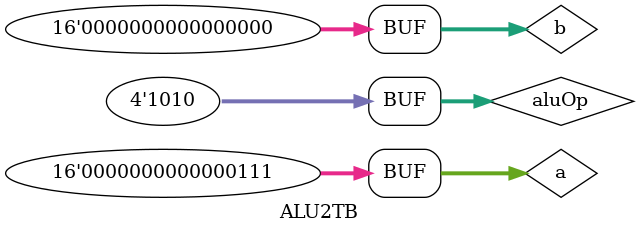
<source format=v>
`timescale 1ns/1ns            


module ALU1(input[15:0] a, b, output[15:0] w);
  assign w = a + b;
endmodule



module ALU2(input[15:0] a, b, input[3:0] aluOp, output reg[15:0] w);
  always@(*) begin
    case (aluOp)
      0000: w <= b; //move
      0001: w <= a + b; //add
      0010: w <= a - b; //sub
      0011: w <= a & b; //and
      0100: w <= a | b; //or
      0101: w <= ~a; //not
      0110: begin end //nop
      0111: w <= a + b; //addi
      1000: w <= a - b; //subi
      1001: w <= a & b; //andi
      1010: w <= a | b; //ori
    endcase
  end
endmodule











module ALU2TB();
   reg[15:0] a, b;
   reg[3:0] aluOp;
   wire[15:0] w;
   
   ALU2 a2(a, b, aluOp, w);
   
   initial begin
     #10 a = 16'b0;
     b = 16'b0000000000000111;
     aluOp = 0001;
     
     #40 aluOp = 0010;
     b = 16'b0;
     a = 16'b0000000000000111;
   end

endmodule
</source>
